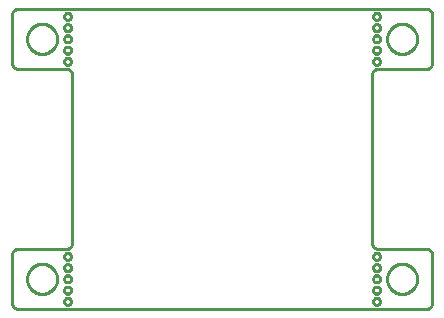
<source format=gbr>
G04 EAGLE Gerber RS-274X export*
G75*
%MOMM*%
%FSLAX34Y34*%
%LPD*%
%IN*%
%IPPOS*%
%AMOC8*
5,1,8,0,0,1.08239X$1,22.5*%
G01*
%ADD10C,0.254000*%


D10*
X-50800Y5080D02*
X-50781Y4637D01*
X-50723Y4198D01*
X-50627Y3765D01*
X-50494Y3343D01*
X-50324Y2933D01*
X-50119Y2540D01*
X-49881Y2166D01*
X-49612Y1815D01*
X-49312Y1488D01*
X-48985Y1189D01*
X-48634Y919D01*
X-48260Y681D01*
X-47867Y476D01*
X-47457Y306D01*
X-47035Y173D01*
X-46602Y77D01*
X-46163Y19D01*
X-45720Y0D01*
X299720Y0D01*
X300163Y19D01*
X300602Y77D01*
X301035Y173D01*
X301457Y306D01*
X301867Y476D01*
X302260Y681D01*
X302634Y919D01*
X302985Y1189D01*
X303312Y1488D01*
X303612Y1815D01*
X303881Y2166D01*
X304119Y2540D01*
X304324Y2933D01*
X304494Y3343D01*
X304627Y3765D01*
X304723Y4198D01*
X304781Y4637D01*
X304800Y5080D01*
X304800Y45720D01*
X304781Y46163D01*
X304723Y46602D01*
X304627Y47035D01*
X304494Y47457D01*
X304324Y47867D01*
X304119Y48260D01*
X303881Y48634D01*
X303612Y48985D01*
X303312Y49312D01*
X302985Y49612D01*
X302634Y49881D01*
X302260Y50119D01*
X301867Y50324D01*
X301457Y50494D01*
X301035Y50627D01*
X300602Y50723D01*
X300163Y50781D01*
X299720Y50800D01*
X259080Y50800D01*
X258637Y50819D01*
X258198Y50877D01*
X257765Y50973D01*
X257343Y51106D01*
X256933Y51276D01*
X256540Y51481D01*
X256166Y51719D01*
X255815Y51989D01*
X255488Y52288D01*
X255189Y52615D01*
X254919Y52966D01*
X254681Y53340D01*
X254476Y53733D01*
X254306Y54143D01*
X254173Y54565D01*
X254077Y54998D01*
X254019Y55437D01*
X254000Y55880D01*
X254000Y198120D01*
X254019Y198563D01*
X254077Y199002D01*
X254173Y199435D01*
X254306Y199857D01*
X254476Y200267D01*
X254681Y200660D01*
X254919Y201034D01*
X255189Y201385D01*
X255488Y201712D01*
X255815Y202012D01*
X256166Y202281D01*
X256540Y202519D01*
X256933Y202724D01*
X257343Y202894D01*
X257765Y203027D01*
X258198Y203123D01*
X258637Y203181D01*
X259080Y203200D01*
X299720Y203200D01*
X300163Y203219D01*
X300602Y203277D01*
X301035Y203373D01*
X301457Y203506D01*
X301867Y203676D01*
X302260Y203881D01*
X302634Y204119D01*
X302985Y204389D01*
X303312Y204688D01*
X303612Y205015D01*
X303881Y205366D01*
X304119Y205740D01*
X304324Y206133D01*
X304494Y206543D01*
X304627Y206965D01*
X304723Y207398D01*
X304781Y207837D01*
X304800Y208280D01*
X304800Y248920D01*
X304781Y249363D01*
X304723Y249802D01*
X304627Y250235D01*
X304494Y250657D01*
X304324Y251067D01*
X304119Y251460D01*
X303881Y251834D01*
X303612Y252185D01*
X303312Y252512D01*
X302985Y252812D01*
X302634Y253081D01*
X302260Y253319D01*
X301867Y253524D01*
X301457Y253694D01*
X301035Y253827D01*
X300602Y253923D01*
X300163Y253981D01*
X299720Y254000D01*
X-45720Y254000D01*
X-46163Y253981D01*
X-46602Y253923D01*
X-47035Y253827D01*
X-47457Y253694D01*
X-47867Y253524D01*
X-48260Y253319D01*
X-48634Y253081D01*
X-48985Y252812D01*
X-49312Y252512D01*
X-49612Y252185D01*
X-49881Y251834D01*
X-50119Y251460D01*
X-50324Y251067D01*
X-50494Y250657D01*
X-50627Y250235D01*
X-50723Y249802D01*
X-50781Y249363D01*
X-50800Y248920D01*
X-50800Y208280D01*
X-50781Y207837D01*
X-50723Y207398D01*
X-50627Y206965D01*
X-50494Y206543D01*
X-50324Y206133D01*
X-50119Y205740D01*
X-49881Y205366D01*
X-49612Y205015D01*
X-49312Y204688D01*
X-48985Y204389D01*
X-48634Y204119D01*
X-48260Y203881D01*
X-47867Y203676D01*
X-47457Y203506D01*
X-47035Y203373D01*
X-46602Y203277D01*
X-46163Y203219D01*
X-45720Y203200D01*
X-5080Y203200D01*
X-4637Y203181D01*
X-4198Y203123D01*
X-3765Y203027D01*
X-3343Y202894D01*
X-2933Y202724D01*
X-2540Y202519D01*
X-2166Y202281D01*
X-1815Y202012D01*
X-1488Y201712D01*
X-1189Y201385D01*
X-919Y201034D01*
X-681Y200660D01*
X-476Y200267D01*
X-306Y199857D01*
X-173Y199435D01*
X-77Y199002D01*
X-19Y198563D01*
X0Y198120D01*
X0Y55880D01*
X-19Y55437D01*
X-77Y54998D01*
X-173Y54565D01*
X-306Y54143D01*
X-476Y53733D01*
X-681Y53340D01*
X-919Y52966D01*
X-1189Y52615D01*
X-1488Y52288D01*
X-1815Y51989D01*
X-2166Y51719D01*
X-2540Y51481D01*
X-2933Y51276D01*
X-3343Y51106D01*
X-3765Y50973D01*
X-4198Y50877D01*
X-4637Y50819D01*
X-5080Y50800D01*
X-45720Y50800D01*
X-46163Y50781D01*
X-46602Y50723D01*
X-47035Y50627D01*
X-47457Y50494D01*
X-47867Y50324D01*
X-48260Y50119D01*
X-48634Y49881D01*
X-48985Y49612D01*
X-49312Y49312D01*
X-49612Y48985D01*
X-49881Y48634D01*
X-50119Y48260D01*
X-50324Y47867D01*
X-50494Y47457D01*
X-50627Y47035D01*
X-50723Y46602D01*
X-50781Y46163D01*
X-50800Y45720D01*
X-50800Y5080D01*
X-12700Y24901D02*
X-12778Y23906D01*
X-12934Y22920D01*
X-13167Y21950D01*
X-13476Y21001D01*
X-13858Y20079D01*
X-14311Y19190D01*
X-14832Y18339D01*
X-15419Y17531D01*
X-16067Y16773D01*
X-16773Y16067D01*
X-17531Y15419D01*
X-18339Y14832D01*
X-19190Y14311D01*
X-20079Y13858D01*
X-21001Y13476D01*
X-21950Y13167D01*
X-22920Y12934D01*
X-23906Y12778D01*
X-24901Y12700D01*
X-25899Y12700D01*
X-26894Y12778D01*
X-27880Y12934D01*
X-28850Y13167D01*
X-29799Y13476D01*
X-30721Y13858D01*
X-31610Y14311D01*
X-32461Y14832D01*
X-33269Y15419D01*
X-34027Y16067D01*
X-34733Y16773D01*
X-35381Y17531D01*
X-35968Y18339D01*
X-36489Y19190D01*
X-36942Y20079D01*
X-37324Y21001D01*
X-37633Y21950D01*
X-37866Y22920D01*
X-38022Y23906D01*
X-38100Y24901D01*
X-38100Y25899D01*
X-38022Y26894D01*
X-37866Y27880D01*
X-37633Y28850D01*
X-37324Y29799D01*
X-36942Y30721D01*
X-36489Y31610D01*
X-35968Y32461D01*
X-35381Y33269D01*
X-34733Y34027D01*
X-34027Y34733D01*
X-33269Y35381D01*
X-32461Y35968D01*
X-31610Y36489D01*
X-30721Y36942D01*
X-29799Y37324D01*
X-28850Y37633D01*
X-27880Y37866D01*
X-26894Y38022D01*
X-25899Y38100D01*
X-24901Y38100D01*
X-23906Y38022D01*
X-22920Y37866D01*
X-21950Y37633D01*
X-21001Y37324D01*
X-20079Y36942D01*
X-19190Y36489D01*
X-18339Y35968D01*
X-17531Y35381D01*
X-16773Y34733D01*
X-16067Y34027D01*
X-15419Y33269D01*
X-14832Y32461D01*
X-14311Y31610D01*
X-13858Y30721D01*
X-13476Y29799D01*
X-13167Y28850D01*
X-12934Y27880D01*
X-12778Y26894D01*
X-12700Y25899D01*
X-12700Y24901D01*
X-810Y6114D02*
X-884Y5648D01*
X-1030Y5198D01*
X-1244Y4778D01*
X-1522Y4396D01*
X-1856Y4062D01*
X-2238Y3784D01*
X-2658Y3570D01*
X-3108Y3424D01*
X-3574Y3350D01*
X-4046Y3350D01*
X-4513Y3424D01*
X-4962Y3570D01*
X-5382Y3784D01*
X-5764Y4062D01*
X-6098Y4396D01*
X-6376Y4778D01*
X-6590Y5198D01*
X-6736Y5648D01*
X-6810Y6114D01*
X-6810Y6586D01*
X-6736Y7053D01*
X-6590Y7502D01*
X-6376Y7922D01*
X-6098Y8304D01*
X-5764Y8638D01*
X-5382Y8916D01*
X-4962Y9130D01*
X-4513Y9276D01*
X-4046Y9350D01*
X-3574Y9350D01*
X-3108Y9276D01*
X-2658Y9130D01*
X-2238Y8916D01*
X-1856Y8638D01*
X-1522Y8304D01*
X-1244Y7922D01*
X-1030Y7502D01*
X-884Y7053D01*
X-810Y6586D01*
X-810Y6114D01*
X-810Y15639D02*
X-884Y15173D01*
X-1030Y14723D01*
X-1244Y14303D01*
X-1522Y13921D01*
X-1856Y13587D01*
X-2238Y13309D01*
X-2658Y13095D01*
X-3108Y12949D01*
X-3574Y12875D01*
X-4046Y12875D01*
X-4513Y12949D01*
X-4962Y13095D01*
X-5382Y13309D01*
X-5764Y13587D01*
X-6098Y13921D01*
X-6376Y14303D01*
X-6590Y14723D01*
X-6736Y15173D01*
X-6810Y15639D01*
X-6810Y16111D01*
X-6736Y16578D01*
X-6590Y17027D01*
X-6376Y17447D01*
X-6098Y17829D01*
X-5764Y18163D01*
X-5382Y18441D01*
X-4962Y18655D01*
X-4513Y18801D01*
X-4046Y18875D01*
X-3574Y18875D01*
X-3108Y18801D01*
X-2658Y18655D01*
X-2238Y18441D01*
X-1856Y18163D01*
X-1522Y17829D01*
X-1244Y17447D01*
X-1030Y17027D01*
X-884Y16578D01*
X-810Y16111D01*
X-810Y15639D01*
X-810Y25164D02*
X-884Y24698D01*
X-1030Y24248D01*
X-1244Y23828D01*
X-1522Y23446D01*
X-1856Y23112D01*
X-2238Y22834D01*
X-2658Y22620D01*
X-3108Y22474D01*
X-3574Y22400D01*
X-4046Y22400D01*
X-4513Y22474D01*
X-4962Y22620D01*
X-5382Y22834D01*
X-5764Y23112D01*
X-6098Y23446D01*
X-6376Y23828D01*
X-6590Y24248D01*
X-6736Y24698D01*
X-6810Y25164D01*
X-6810Y25636D01*
X-6736Y26103D01*
X-6590Y26552D01*
X-6376Y26972D01*
X-6098Y27354D01*
X-5764Y27688D01*
X-5382Y27966D01*
X-4962Y28180D01*
X-4513Y28326D01*
X-4046Y28400D01*
X-3574Y28400D01*
X-3108Y28326D01*
X-2658Y28180D01*
X-2238Y27966D01*
X-1856Y27688D01*
X-1522Y27354D01*
X-1244Y26972D01*
X-1030Y26552D01*
X-884Y26103D01*
X-810Y25636D01*
X-810Y25164D01*
X-810Y44214D02*
X-884Y43748D01*
X-1030Y43298D01*
X-1244Y42878D01*
X-1522Y42496D01*
X-1856Y42162D01*
X-2238Y41884D01*
X-2658Y41670D01*
X-3108Y41524D01*
X-3574Y41450D01*
X-4046Y41450D01*
X-4513Y41524D01*
X-4962Y41670D01*
X-5382Y41884D01*
X-5764Y42162D01*
X-6098Y42496D01*
X-6376Y42878D01*
X-6590Y43298D01*
X-6736Y43748D01*
X-6810Y44214D01*
X-6810Y44686D01*
X-6736Y45153D01*
X-6590Y45602D01*
X-6376Y46022D01*
X-6098Y46404D01*
X-5764Y46738D01*
X-5382Y47016D01*
X-4962Y47230D01*
X-4513Y47376D01*
X-4046Y47450D01*
X-3574Y47450D01*
X-3108Y47376D01*
X-2658Y47230D01*
X-2238Y47016D01*
X-1856Y46738D01*
X-1522Y46404D01*
X-1244Y46022D01*
X-1030Y45602D01*
X-884Y45153D01*
X-810Y44686D01*
X-810Y44214D01*
X-810Y34689D02*
X-884Y34223D01*
X-1030Y33773D01*
X-1244Y33353D01*
X-1522Y32971D01*
X-1856Y32637D01*
X-2238Y32359D01*
X-2658Y32145D01*
X-3108Y31999D01*
X-3574Y31925D01*
X-4046Y31925D01*
X-4513Y31999D01*
X-4962Y32145D01*
X-5382Y32359D01*
X-5764Y32637D01*
X-6098Y32971D01*
X-6376Y33353D01*
X-6590Y33773D01*
X-6736Y34223D01*
X-6810Y34689D01*
X-6810Y35161D01*
X-6736Y35628D01*
X-6590Y36077D01*
X-6376Y36497D01*
X-6098Y36879D01*
X-5764Y37213D01*
X-5382Y37491D01*
X-4962Y37705D01*
X-4513Y37851D01*
X-4046Y37925D01*
X-3574Y37925D01*
X-3108Y37851D01*
X-2658Y37705D01*
X-2238Y37491D01*
X-1856Y37213D01*
X-1522Y36879D01*
X-1244Y36497D01*
X-1030Y36077D01*
X-884Y35628D01*
X-810Y35161D01*
X-810Y34689D01*
X-12700Y228101D02*
X-12778Y227106D01*
X-12934Y226120D01*
X-13167Y225150D01*
X-13476Y224201D01*
X-13858Y223279D01*
X-14311Y222390D01*
X-14832Y221539D01*
X-15419Y220731D01*
X-16067Y219973D01*
X-16773Y219267D01*
X-17531Y218619D01*
X-18339Y218032D01*
X-19190Y217511D01*
X-20079Y217058D01*
X-21001Y216676D01*
X-21950Y216367D01*
X-22920Y216134D01*
X-23906Y215978D01*
X-24901Y215900D01*
X-25899Y215900D01*
X-26894Y215978D01*
X-27880Y216134D01*
X-28850Y216367D01*
X-29799Y216676D01*
X-30721Y217058D01*
X-31610Y217511D01*
X-32461Y218032D01*
X-33269Y218619D01*
X-34027Y219267D01*
X-34733Y219973D01*
X-35381Y220731D01*
X-35968Y221539D01*
X-36489Y222390D01*
X-36942Y223279D01*
X-37324Y224201D01*
X-37633Y225150D01*
X-37866Y226120D01*
X-38022Y227106D01*
X-38100Y228101D01*
X-38100Y229099D01*
X-38022Y230094D01*
X-37866Y231080D01*
X-37633Y232050D01*
X-37324Y232999D01*
X-36942Y233921D01*
X-36489Y234810D01*
X-35968Y235661D01*
X-35381Y236469D01*
X-34733Y237227D01*
X-34027Y237933D01*
X-33269Y238581D01*
X-32461Y239168D01*
X-31610Y239689D01*
X-30721Y240142D01*
X-29799Y240524D01*
X-28850Y240833D01*
X-27880Y241066D01*
X-26894Y241222D01*
X-25899Y241300D01*
X-24901Y241300D01*
X-23906Y241222D01*
X-22920Y241066D01*
X-21950Y240833D01*
X-21001Y240524D01*
X-20079Y240142D01*
X-19190Y239689D01*
X-18339Y239168D01*
X-17531Y238581D01*
X-16773Y237933D01*
X-16067Y237227D01*
X-15419Y236469D01*
X-14832Y235661D01*
X-14311Y234810D01*
X-13858Y233921D01*
X-13476Y232999D01*
X-13167Y232050D01*
X-12934Y231080D01*
X-12778Y230094D01*
X-12700Y229099D01*
X-12700Y228101D01*
X-810Y209314D02*
X-884Y208848D01*
X-1030Y208398D01*
X-1244Y207978D01*
X-1522Y207596D01*
X-1856Y207262D01*
X-2238Y206984D01*
X-2658Y206770D01*
X-3108Y206624D01*
X-3574Y206550D01*
X-4046Y206550D01*
X-4513Y206624D01*
X-4962Y206770D01*
X-5382Y206984D01*
X-5764Y207262D01*
X-6098Y207596D01*
X-6376Y207978D01*
X-6590Y208398D01*
X-6736Y208848D01*
X-6810Y209314D01*
X-6810Y209786D01*
X-6736Y210253D01*
X-6590Y210702D01*
X-6376Y211122D01*
X-6098Y211504D01*
X-5764Y211838D01*
X-5382Y212116D01*
X-4962Y212330D01*
X-4513Y212476D01*
X-4046Y212550D01*
X-3574Y212550D01*
X-3108Y212476D01*
X-2658Y212330D01*
X-2238Y212116D01*
X-1856Y211838D01*
X-1522Y211504D01*
X-1244Y211122D01*
X-1030Y210702D01*
X-884Y210253D01*
X-810Y209786D01*
X-810Y209314D01*
X-810Y218839D02*
X-884Y218373D01*
X-1030Y217923D01*
X-1244Y217503D01*
X-1522Y217121D01*
X-1856Y216787D01*
X-2238Y216509D01*
X-2658Y216295D01*
X-3108Y216149D01*
X-3574Y216075D01*
X-4046Y216075D01*
X-4513Y216149D01*
X-4962Y216295D01*
X-5382Y216509D01*
X-5764Y216787D01*
X-6098Y217121D01*
X-6376Y217503D01*
X-6590Y217923D01*
X-6736Y218373D01*
X-6810Y218839D01*
X-6810Y219311D01*
X-6736Y219778D01*
X-6590Y220227D01*
X-6376Y220647D01*
X-6098Y221029D01*
X-5764Y221363D01*
X-5382Y221641D01*
X-4962Y221855D01*
X-4513Y222001D01*
X-4046Y222075D01*
X-3574Y222075D01*
X-3108Y222001D01*
X-2658Y221855D01*
X-2238Y221641D01*
X-1856Y221363D01*
X-1522Y221029D01*
X-1244Y220647D01*
X-1030Y220227D01*
X-884Y219778D01*
X-810Y219311D01*
X-810Y218839D01*
X-810Y228364D02*
X-884Y227898D01*
X-1030Y227448D01*
X-1244Y227028D01*
X-1522Y226646D01*
X-1856Y226312D01*
X-2238Y226034D01*
X-2658Y225820D01*
X-3108Y225674D01*
X-3574Y225600D01*
X-4046Y225600D01*
X-4513Y225674D01*
X-4962Y225820D01*
X-5382Y226034D01*
X-5764Y226312D01*
X-6098Y226646D01*
X-6376Y227028D01*
X-6590Y227448D01*
X-6736Y227898D01*
X-6810Y228364D01*
X-6810Y228836D01*
X-6736Y229303D01*
X-6590Y229752D01*
X-6376Y230172D01*
X-6098Y230554D01*
X-5764Y230888D01*
X-5382Y231166D01*
X-4962Y231380D01*
X-4513Y231526D01*
X-4046Y231600D01*
X-3574Y231600D01*
X-3108Y231526D01*
X-2658Y231380D01*
X-2238Y231166D01*
X-1856Y230888D01*
X-1522Y230554D01*
X-1244Y230172D01*
X-1030Y229752D01*
X-884Y229303D01*
X-810Y228836D01*
X-810Y228364D01*
X-810Y247414D02*
X-884Y246948D01*
X-1030Y246498D01*
X-1244Y246078D01*
X-1522Y245696D01*
X-1856Y245362D01*
X-2238Y245084D01*
X-2658Y244870D01*
X-3108Y244724D01*
X-3574Y244650D01*
X-4046Y244650D01*
X-4513Y244724D01*
X-4962Y244870D01*
X-5382Y245084D01*
X-5764Y245362D01*
X-6098Y245696D01*
X-6376Y246078D01*
X-6590Y246498D01*
X-6736Y246948D01*
X-6810Y247414D01*
X-6810Y247886D01*
X-6736Y248353D01*
X-6590Y248802D01*
X-6376Y249222D01*
X-6098Y249604D01*
X-5764Y249938D01*
X-5382Y250216D01*
X-4962Y250430D01*
X-4513Y250576D01*
X-4046Y250650D01*
X-3574Y250650D01*
X-3108Y250576D01*
X-2658Y250430D01*
X-2238Y250216D01*
X-1856Y249938D01*
X-1522Y249604D01*
X-1244Y249222D01*
X-1030Y248802D01*
X-884Y248353D01*
X-810Y247886D01*
X-810Y247414D01*
X-810Y237889D02*
X-884Y237423D01*
X-1030Y236973D01*
X-1244Y236553D01*
X-1522Y236171D01*
X-1856Y235837D01*
X-2238Y235559D01*
X-2658Y235345D01*
X-3108Y235199D01*
X-3574Y235125D01*
X-4046Y235125D01*
X-4513Y235199D01*
X-4962Y235345D01*
X-5382Y235559D01*
X-5764Y235837D01*
X-6098Y236171D01*
X-6376Y236553D01*
X-6590Y236973D01*
X-6736Y237423D01*
X-6810Y237889D01*
X-6810Y238361D01*
X-6736Y238828D01*
X-6590Y239277D01*
X-6376Y239697D01*
X-6098Y240079D01*
X-5764Y240413D01*
X-5382Y240691D01*
X-4962Y240905D01*
X-4513Y241051D01*
X-4046Y241125D01*
X-3574Y241125D01*
X-3108Y241051D01*
X-2658Y240905D01*
X-2238Y240691D01*
X-1856Y240413D01*
X-1522Y240079D01*
X-1244Y239697D01*
X-1030Y239277D01*
X-884Y238828D01*
X-810Y238361D01*
X-810Y237889D01*
X292100Y228101D02*
X292022Y227106D01*
X291866Y226120D01*
X291633Y225150D01*
X291324Y224201D01*
X290942Y223279D01*
X290489Y222390D01*
X289968Y221539D01*
X289381Y220731D01*
X288733Y219973D01*
X288027Y219267D01*
X287269Y218619D01*
X286461Y218032D01*
X285610Y217511D01*
X284721Y217058D01*
X283799Y216676D01*
X282850Y216367D01*
X281880Y216134D01*
X280894Y215978D01*
X279899Y215900D01*
X278901Y215900D01*
X277906Y215978D01*
X276920Y216134D01*
X275950Y216367D01*
X275001Y216676D01*
X274079Y217058D01*
X273190Y217511D01*
X272339Y218032D01*
X271531Y218619D01*
X270773Y219267D01*
X270067Y219973D01*
X269419Y220731D01*
X268832Y221539D01*
X268311Y222390D01*
X267858Y223279D01*
X267476Y224201D01*
X267167Y225150D01*
X266934Y226120D01*
X266778Y227106D01*
X266700Y228101D01*
X266700Y229099D01*
X266778Y230094D01*
X266934Y231080D01*
X267167Y232050D01*
X267476Y232999D01*
X267858Y233921D01*
X268311Y234810D01*
X268832Y235661D01*
X269419Y236469D01*
X270067Y237227D01*
X270773Y237933D01*
X271531Y238581D01*
X272339Y239168D01*
X273190Y239689D01*
X274079Y240142D01*
X275001Y240524D01*
X275950Y240833D01*
X276920Y241066D01*
X277906Y241222D01*
X278901Y241300D01*
X279899Y241300D01*
X280894Y241222D01*
X281880Y241066D01*
X282850Y240833D01*
X283799Y240524D01*
X284721Y240142D01*
X285610Y239689D01*
X286461Y239168D01*
X287269Y238581D01*
X288027Y237933D01*
X288733Y237227D01*
X289381Y236469D01*
X289968Y235661D01*
X290489Y234810D01*
X290942Y233921D01*
X291324Y232999D01*
X291633Y232050D01*
X291866Y231080D01*
X292022Y230094D01*
X292100Y229099D01*
X292100Y228101D01*
X260810Y247414D02*
X260736Y246948D01*
X260590Y246498D01*
X260376Y246078D01*
X260098Y245696D01*
X259764Y245362D01*
X259382Y245084D01*
X258962Y244870D01*
X258513Y244724D01*
X258046Y244650D01*
X257574Y244650D01*
X257108Y244724D01*
X256658Y244870D01*
X256238Y245084D01*
X255856Y245362D01*
X255522Y245696D01*
X255244Y246078D01*
X255030Y246498D01*
X254884Y246948D01*
X254810Y247414D01*
X254810Y247886D01*
X254884Y248353D01*
X255030Y248802D01*
X255244Y249222D01*
X255522Y249604D01*
X255856Y249938D01*
X256238Y250216D01*
X256658Y250430D01*
X257108Y250576D01*
X257574Y250650D01*
X258046Y250650D01*
X258513Y250576D01*
X258962Y250430D01*
X259382Y250216D01*
X259764Y249938D01*
X260098Y249604D01*
X260376Y249222D01*
X260590Y248802D01*
X260736Y248353D01*
X260810Y247886D01*
X260810Y247414D01*
X260810Y237889D02*
X260736Y237423D01*
X260590Y236973D01*
X260376Y236553D01*
X260098Y236171D01*
X259764Y235837D01*
X259382Y235559D01*
X258962Y235345D01*
X258513Y235199D01*
X258046Y235125D01*
X257574Y235125D01*
X257108Y235199D01*
X256658Y235345D01*
X256238Y235559D01*
X255856Y235837D01*
X255522Y236171D01*
X255244Y236553D01*
X255030Y236973D01*
X254884Y237423D01*
X254810Y237889D01*
X254810Y238361D01*
X254884Y238828D01*
X255030Y239277D01*
X255244Y239697D01*
X255522Y240079D01*
X255856Y240413D01*
X256238Y240691D01*
X256658Y240905D01*
X257108Y241051D01*
X257574Y241125D01*
X258046Y241125D01*
X258513Y241051D01*
X258962Y240905D01*
X259382Y240691D01*
X259764Y240413D01*
X260098Y240079D01*
X260376Y239697D01*
X260590Y239277D01*
X260736Y238828D01*
X260810Y238361D01*
X260810Y237889D01*
X260810Y228364D02*
X260736Y227898D01*
X260590Y227448D01*
X260376Y227028D01*
X260098Y226646D01*
X259764Y226312D01*
X259382Y226034D01*
X258962Y225820D01*
X258513Y225674D01*
X258046Y225600D01*
X257574Y225600D01*
X257108Y225674D01*
X256658Y225820D01*
X256238Y226034D01*
X255856Y226312D01*
X255522Y226646D01*
X255244Y227028D01*
X255030Y227448D01*
X254884Y227898D01*
X254810Y228364D01*
X254810Y228836D01*
X254884Y229303D01*
X255030Y229752D01*
X255244Y230172D01*
X255522Y230554D01*
X255856Y230888D01*
X256238Y231166D01*
X256658Y231380D01*
X257108Y231526D01*
X257574Y231600D01*
X258046Y231600D01*
X258513Y231526D01*
X258962Y231380D01*
X259382Y231166D01*
X259764Y230888D01*
X260098Y230554D01*
X260376Y230172D01*
X260590Y229752D01*
X260736Y229303D01*
X260810Y228836D01*
X260810Y228364D01*
X260810Y209314D02*
X260736Y208848D01*
X260590Y208398D01*
X260376Y207978D01*
X260098Y207596D01*
X259764Y207262D01*
X259382Y206984D01*
X258962Y206770D01*
X258513Y206624D01*
X258046Y206550D01*
X257574Y206550D01*
X257108Y206624D01*
X256658Y206770D01*
X256238Y206984D01*
X255856Y207262D01*
X255522Y207596D01*
X255244Y207978D01*
X255030Y208398D01*
X254884Y208848D01*
X254810Y209314D01*
X254810Y209786D01*
X254884Y210253D01*
X255030Y210702D01*
X255244Y211122D01*
X255522Y211504D01*
X255856Y211838D01*
X256238Y212116D01*
X256658Y212330D01*
X257108Y212476D01*
X257574Y212550D01*
X258046Y212550D01*
X258513Y212476D01*
X258962Y212330D01*
X259382Y212116D01*
X259764Y211838D01*
X260098Y211504D01*
X260376Y211122D01*
X260590Y210702D01*
X260736Y210253D01*
X260810Y209786D01*
X260810Y209314D01*
X260810Y218839D02*
X260736Y218373D01*
X260590Y217923D01*
X260376Y217503D01*
X260098Y217121D01*
X259764Y216787D01*
X259382Y216509D01*
X258962Y216295D01*
X258513Y216149D01*
X258046Y216075D01*
X257574Y216075D01*
X257108Y216149D01*
X256658Y216295D01*
X256238Y216509D01*
X255856Y216787D01*
X255522Y217121D01*
X255244Y217503D01*
X255030Y217923D01*
X254884Y218373D01*
X254810Y218839D01*
X254810Y219311D01*
X254884Y219778D01*
X255030Y220227D01*
X255244Y220647D01*
X255522Y221029D01*
X255856Y221363D01*
X256238Y221641D01*
X256658Y221855D01*
X257108Y222001D01*
X257574Y222075D01*
X258046Y222075D01*
X258513Y222001D01*
X258962Y221855D01*
X259382Y221641D01*
X259764Y221363D01*
X260098Y221029D01*
X260376Y220647D01*
X260590Y220227D01*
X260736Y219778D01*
X260810Y219311D01*
X260810Y218839D01*
X292100Y24901D02*
X292022Y23906D01*
X291866Y22920D01*
X291633Y21950D01*
X291324Y21001D01*
X290942Y20079D01*
X290489Y19190D01*
X289968Y18339D01*
X289381Y17531D01*
X288733Y16773D01*
X288027Y16067D01*
X287269Y15419D01*
X286461Y14832D01*
X285610Y14311D01*
X284721Y13858D01*
X283799Y13476D01*
X282850Y13167D01*
X281880Y12934D01*
X280894Y12778D01*
X279899Y12700D01*
X278901Y12700D01*
X277906Y12778D01*
X276920Y12934D01*
X275950Y13167D01*
X275001Y13476D01*
X274079Y13858D01*
X273190Y14311D01*
X272339Y14832D01*
X271531Y15419D01*
X270773Y16067D01*
X270067Y16773D01*
X269419Y17531D01*
X268832Y18339D01*
X268311Y19190D01*
X267858Y20079D01*
X267476Y21001D01*
X267167Y21950D01*
X266934Y22920D01*
X266778Y23906D01*
X266700Y24901D01*
X266700Y25899D01*
X266778Y26894D01*
X266934Y27880D01*
X267167Y28850D01*
X267476Y29799D01*
X267858Y30721D01*
X268311Y31610D01*
X268832Y32461D01*
X269419Y33269D01*
X270067Y34027D01*
X270773Y34733D01*
X271531Y35381D01*
X272339Y35968D01*
X273190Y36489D01*
X274079Y36942D01*
X275001Y37324D01*
X275950Y37633D01*
X276920Y37866D01*
X277906Y38022D01*
X278901Y38100D01*
X279899Y38100D01*
X280894Y38022D01*
X281880Y37866D01*
X282850Y37633D01*
X283799Y37324D01*
X284721Y36942D01*
X285610Y36489D01*
X286461Y35968D01*
X287269Y35381D01*
X288027Y34733D01*
X288733Y34027D01*
X289381Y33269D01*
X289968Y32461D01*
X290489Y31610D01*
X290942Y30721D01*
X291324Y29799D01*
X291633Y28850D01*
X291866Y27880D01*
X292022Y26894D01*
X292100Y25899D01*
X292100Y24901D01*
X260810Y44214D02*
X260736Y43748D01*
X260590Y43298D01*
X260376Y42878D01*
X260098Y42496D01*
X259764Y42162D01*
X259382Y41884D01*
X258962Y41670D01*
X258513Y41524D01*
X258046Y41450D01*
X257574Y41450D01*
X257108Y41524D01*
X256658Y41670D01*
X256238Y41884D01*
X255856Y42162D01*
X255522Y42496D01*
X255244Y42878D01*
X255030Y43298D01*
X254884Y43748D01*
X254810Y44214D01*
X254810Y44686D01*
X254884Y45153D01*
X255030Y45602D01*
X255244Y46022D01*
X255522Y46404D01*
X255856Y46738D01*
X256238Y47016D01*
X256658Y47230D01*
X257108Y47376D01*
X257574Y47450D01*
X258046Y47450D01*
X258513Y47376D01*
X258962Y47230D01*
X259382Y47016D01*
X259764Y46738D01*
X260098Y46404D01*
X260376Y46022D01*
X260590Y45602D01*
X260736Y45153D01*
X260810Y44686D01*
X260810Y44214D01*
X260810Y34689D02*
X260736Y34223D01*
X260590Y33773D01*
X260376Y33353D01*
X260098Y32971D01*
X259764Y32637D01*
X259382Y32359D01*
X258962Y32145D01*
X258513Y31999D01*
X258046Y31925D01*
X257574Y31925D01*
X257108Y31999D01*
X256658Y32145D01*
X256238Y32359D01*
X255856Y32637D01*
X255522Y32971D01*
X255244Y33353D01*
X255030Y33773D01*
X254884Y34223D01*
X254810Y34689D01*
X254810Y35161D01*
X254884Y35628D01*
X255030Y36077D01*
X255244Y36497D01*
X255522Y36879D01*
X255856Y37213D01*
X256238Y37491D01*
X256658Y37705D01*
X257108Y37851D01*
X257574Y37925D01*
X258046Y37925D01*
X258513Y37851D01*
X258962Y37705D01*
X259382Y37491D01*
X259764Y37213D01*
X260098Y36879D01*
X260376Y36497D01*
X260590Y36077D01*
X260736Y35628D01*
X260810Y35161D01*
X260810Y34689D01*
X260810Y25164D02*
X260736Y24698D01*
X260590Y24248D01*
X260376Y23828D01*
X260098Y23446D01*
X259764Y23112D01*
X259382Y22834D01*
X258962Y22620D01*
X258513Y22474D01*
X258046Y22400D01*
X257574Y22400D01*
X257108Y22474D01*
X256658Y22620D01*
X256238Y22834D01*
X255856Y23112D01*
X255522Y23446D01*
X255244Y23828D01*
X255030Y24248D01*
X254884Y24698D01*
X254810Y25164D01*
X254810Y25636D01*
X254884Y26103D01*
X255030Y26552D01*
X255244Y26972D01*
X255522Y27354D01*
X255856Y27688D01*
X256238Y27966D01*
X256658Y28180D01*
X257108Y28326D01*
X257574Y28400D01*
X258046Y28400D01*
X258513Y28326D01*
X258962Y28180D01*
X259382Y27966D01*
X259764Y27688D01*
X260098Y27354D01*
X260376Y26972D01*
X260590Y26552D01*
X260736Y26103D01*
X260810Y25636D01*
X260810Y25164D01*
X260810Y6114D02*
X260736Y5648D01*
X260590Y5198D01*
X260376Y4778D01*
X260098Y4396D01*
X259764Y4062D01*
X259382Y3784D01*
X258962Y3570D01*
X258513Y3424D01*
X258046Y3350D01*
X257574Y3350D01*
X257108Y3424D01*
X256658Y3570D01*
X256238Y3784D01*
X255856Y4062D01*
X255522Y4396D01*
X255244Y4778D01*
X255030Y5198D01*
X254884Y5648D01*
X254810Y6114D01*
X254810Y6586D01*
X254884Y7053D01*
X255030Y7502D01*
X255244Y7922D01*
X255522Y8304D01*
X255856Y8638D01*
X256238Y8916D01*
X256658Y9130D01*
X257108Y9276D01*
X257574Y9350D01*
X258046Y9350D01*
X258513Y9276D01*
X258962Y9130D01*
X259382Y8916D01*
X259764Y8638D01*
X260098Y8304D01*
X260376Y7922D01*
X260590Y7502D01*
X260736Y7053D01*
X260810Y6586D01*
X260810Y6114D01*
X260810Y15639D02*
X260736Y15173D01*
X260590Y14723D01*
X260376Y14303D01*
X260098Y13921D01*
X259764Y13587D01*
X259382Y13309D01*
X258962Y13095D01*
X258513Y12949D01*
X258046Y12875D01*
X257574Y12875D01*
X257108Y12949D01*
X256658Y13095D01*
X256238Y13309D01*
X255856Y13587D01*
X255522Y13921D01*
X255244Y14303D01*
X255030Y14723D01*
X254884Y15173D01*
X254810Y15639D01*
X254810Y16111D01*
X254884Y16578D01*
X255030Y17027D01*
X255244Y17447D01*
X255522Y17829D01*
X255856Y18163D01*
X256238Y18441D01*
X256658Y18655D01*
X257108Y18801D01*
X257574Y18875D01*
X258046Y18875D01*
X258513Y18801D01*
X258962Y18655D01*
X259382Y18441D01*
X259764Y18163D01*
X260098Y17829D01*
X260376Y17447D01*
X260590Y17027D01*
X260736Y16578D01*
X260810Y16111D01*
X260810Y15639D01*
M02*

</source>
